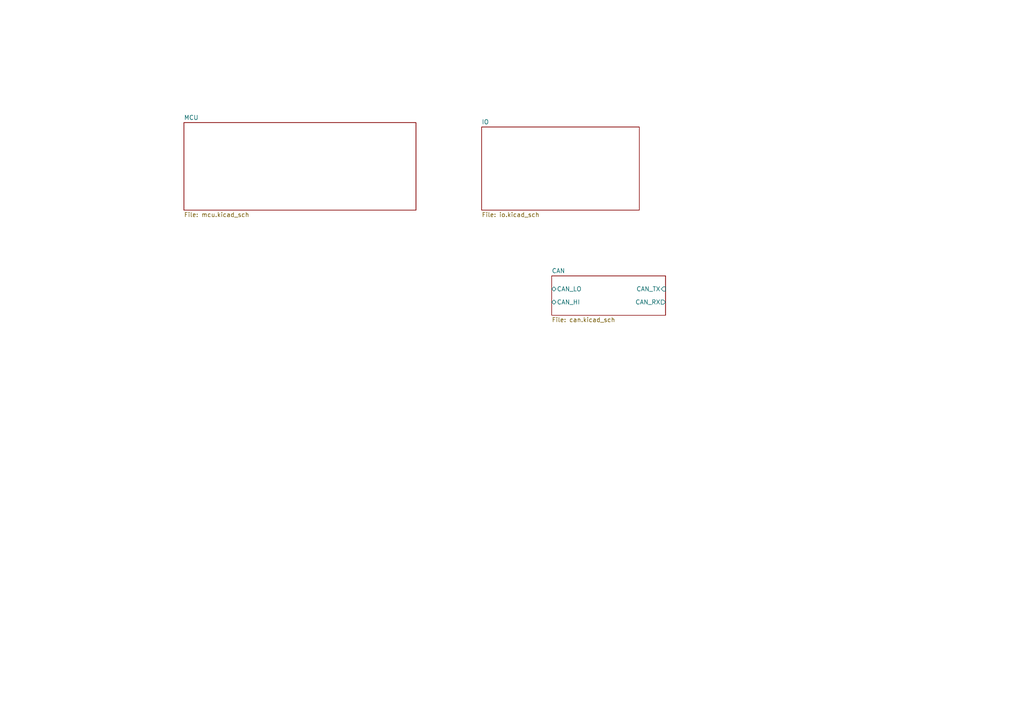
<source format=kicad_sch>
(kicad_sch (version 20230121) (generator eeschema)
  (paper "A4")
  (lib_symbols)
  (sheet (at 53.34 35.56) (size 67.31 25.4) (stroke (width 0.1524))
    (property "Sheetname" "MCU" (at 53.34 34.8484 0) (effects (justify left bottom)))
    (property "Sheetfile" "mcu.kicad_sch" (at 53.34 61.5446 0) (effects (justify left top)))
  )
  (sheet (at 160.02 80.01) (size 33.02 11.43) (stroke (width 0.1524))
    (property "Sheetname" "CAN" (at 160.02 79.2984 0) (effects (justify left bottom)))
    (property "Sheetfile" "can.kicad_sch" (at 160.02 92.0246 0) (effects (justify left top)))
    (pin "CAN_TX" input (at 193.04 83.82 0))
    (pin "CAN_RX" output (at 193.04 87.63 0))
    (pin "CAN_LO" bidirectional (at 160.02 83.82 180))
    (pin "CAN_HI" bidirectional (at 160.02 87.63 180))
  )
  (sheet (at 139.7 36.83) (size 45.72 24.13) (stroke (width 0.1524))
    (property "Sheetname" "IO" (at 139.7 36.1184 0) (effects (justify left bottom)))
    (property "Sheetfile" "io.kicad_sch" (at 139.7 61.5446 0) (effects (justify left top)))
  )
)
</source>
